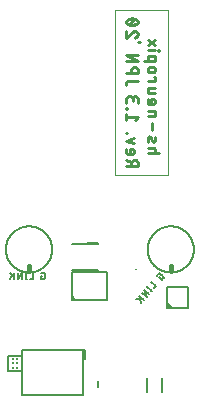
<source format=gbo>
G75*
%MOIN*%
%OFA0B0*%
%FSLAX25Y25*%
%IPPOS*%
%LPD*%
%AMOC8*
5,1,8,0,0,1.08239X$1,22.5*
%
%ADD10C,0.00787*%
%ADD11C,0.01575*%
%ADD12C,0.00600*%
%ADD13C,0.00900*%
%ADD14C,0.00394*%
%ADD15C,0.00500*%
%ADD16C,0.01197*%
D10*
X0166691Y0119457D02*
X0166693Y0119646D01*
X0166700Y0119834D01*
X0166712Y0120022D01*
X0166728Y0120210D01*
X0166749Y0120398D01*
X0166774Y0120585D01*
X0166804Y0120771D01*
X0166839Y0120957D01*
X0166878Y0121141D01*
X0166921Y0121325D01*
X0166969Y0121507D01*
X0167022Y0121688D01*
X0167079Y0121868D01*
X0167140Y0122047D01*
X0167206Y0122224D01*
X0167276Y0122399D01*
X0167350Y0122572D01*
X0167429Y0122744D01*
X0167512Y0122913D01*
X0167599Y0123081D01*
X0167690Y0123246D01*
X0167785Y0123409D01*
X0167884Y0123570D01*
X0167986Y0123728D01*
X0168093Y0123883D01*
X0168204Y0124036D01*
X0168318Y0124186D01*
X0168436Y0124334D01*
X0168557Y0124478D01*
X0168682Y0124619D01*
X0168811Y0124757D01*
X0168942Y0124893D01*
X0169078Y0125024D01*
X0169216Y0125153D01*
X0169357Y0125278D01*
X0169501Y0125399D01*
X0169649Y0125517D01*
X0169799Y0125631D01*
X0169952Y0125742D01*
X0170107Y0125849D01*
X0170265Y0125951D01*
X0170426Y0126050D01*
X0170589Y0126145D01*
X0170754Y0126236D01*
X0170922Y0126323D01*
X0171091Y0126406D01*
X0171263Y0126485D01*
X0171436Y0126559D01*
X0171611Y0126629D01*
X0171788Y0126695D01*
X0171967Y0126756D01*
X0172147Y0126813D01*
X0172328Y0126866D01*
X0172510Y0126914D01*
X0172694Y0126957D01*
X0172878Y0126996D01*
X0173064Y0127031D01*
X0173250Y0127061D01*
X0173437Y0127086D01*
X0173625Y0127107D01*
X0173813Y0127123D01*
X0174001Y0127135D01*
X0174189Y0127142D01*
X0174378Y0127144D01*
X0174567Y0127142D01*
X0174755Y0127135D01*
X0174943Y0127123D01*
X0175131Y0127107D01*
X0175319Y0127086D01*
X0175506Y0127061D01*
X0175692Y0127031D01*
X0175878Y0126996D01*
X0176062Y0126957D01*
X0176246Y0126914D01*
X0176428Y0126866D01*
X0176609Y0126813D01*
X0176789Y0126756D01*
X0176968Y0126695D01*
X0177145Y0126629D01*
X0177320Y0126559D01*
X0177493Y0126485D01*
X0177665Y0126406D01*
X0177834Y0126323D01*
X0178002Y0126236D01*
X0178167Y0126145D01*
X0178330Y0126050D01*
X0178491Y0125951D01*
X0178649Y0125849D01*
X0178804Y0125742D01*
X0178957Y0125631D01*
X0179107Y0125517D01*
X0179255Y0125399D01*
X0179399Y0125278D01*
X0179540Y0125153D01*
X0179678Y0125024D01*
X0179814Y0124893D01*
X0179945Y0124757D01*
X0180074Y0124619D01*
X0180199Y0124478D01*
X0180320Y0124334D01*
X0180438Y0124186D01*
X0180552Y0124036D01*
X0180663Y0123883D01*
X0180770Y0123728D01*
X0180872Y0123570D01*
X0180971Y0123409D01*
X0181066Y0123246D01*
X0181157Y0123081D01*
X0181244Y0122913D01*
X0181327Y0122744D01*
X0181406Y0122572D01*
X0181480Y0122399D01*
X0181550Y0122224D01*
X0181616Y0122047D01*
X0181677Y0121868D01*
X0181734Y0121688D01*
X0181787Y0121507D01*
X0181835Y0121325D01*
X0181878Y0121141D01*
X0181917Y0120957D01*
X0181952Y0120771D01*
X0181982Y0120585D01*
X0182007Y0120398D01*
X0182028Y0120210D01*
X0182044Y0120022D01*
X0182056Y0119834D01*
X0182063Y0119646D01*
X0182065Y0119457D01*
X0182063Y0119268D01*
X0182056Y0119080D01*
X0182044Y0118892D01*
X0182028Y0118704D01*
X0182007Y0118516D01*
X0181982Y0118329D01*
X0181952Y0118143D01*
X0181917Y0117957D01*
X0181878Y0117773D01*
X0181835Y0117589D01*
X0181787Y0117407D01*
X0181734Y0117226D01*
X0181677Y0117046D01*
X0181616Y0116867D01*
X0181550Y0116690D01*
X0181480Y0116515D01*
X0181406Y0116342D01*
X0181327Y0116170D01*
X0181244Y0116001D01*
X0181157Y0115833D01*
X0181066Y0115668D01*
X0180971Y0115505D01*
X0180872Y0115344D01*
X0180770Y0115186D01*
X0180663Y0115031D01*
X0180552Y0114878D01*
X0180438Y0114728D01*
X0180320Y0114580D01*
X0180199Y0114436D01*
X0180074Y0114295D01*
X0179945Y0114157D01*
X0179814Y0114021D01*
X0179678Y0113890D01*
X0179540Y0113761D01*
X0179399Y0113636D01*
X0179255Y0113515D01*
X0179107Y0113397D01*
X0178957Y0113283D01*
X0178804Y0113172D01*
X0178649Y0113065D01*
X0178491Y0112963D01*
X0178330Y0112864D01*
X0178167Y0112769D01*
X0178002Y0112678D01*
X0177834Y0112591D01*
X0177665Y0112508D01*
X0177493Y0112429D01*
X0177320Y0112355D01*
X0177145Y0112285D01*
X0176968Y0112219D01*
X0176789Y0112158D01*
X0176609Y0112101D01*
X0176428Y0112048D01*
X0176246Y0112000D01*
X0176062Y0111957D01*
X0175878Y0111918D01*
X0175692Y0111883D01*
X0175506Y0111853D01*
X0175319Y0111828D01*
X0175131Y0111807D01*
X0174943Y0111791D01*
X0174755Y0111779D01*
X0174567Y0111772D01*
X0174378Y0111770D01*
X0174189Y0111772D01*
X0174001Y0111779D01*
X0173813Y0111791D01*
X0173625Y0111807D01*
X0173437Y0111828D01*
X0173250Y0111853D01*
X0173064Y0111883D01*
X0172878Y0111918D01*
X0172694Y0111957D01*
X0172510Y0112000D01*
X0172328Y0112048D01*
X0172147Y0112101D01*
X0171967Y0112158D01*
X0171788Y0112219D01*
X0171611Y0112285D01*
X0171436Y0112355D01*
X0171263Y0112429D01*
X0171091Y0112508D01*
X0170922Y0112591D01*
X0170754Y0112678D01*
X0170589Y0112769D01*
X0170426Y0112864D01*
X0170265Y0112963D01*
X0170107Y0113065D01*
X0169952Y0113172D01*
X0169799Y0113283D01*
X0169649Y0113397D01*
X0169501Y0113515D01*
X0169357Y0113636D01*
X0169216Y0113761D01*
X0169078Y0113890D01*
X0168942Y0114021D01*
X0168811Y0114157D01*
X0168682Y0114295D01*
X0168557Y0114436D01*
X0168436Y0114580D01*
X0168318Y0114728D01*
X0168204Y0114878D01*
X0168093Y0115031D01*
X0167986Y0115186D01*
X0167884Y0115344D01*
X0167785Y0115505D01*
X0167690Y0115668D01*
X0167599Y0115833D01*
X0167512Y0116001D01*
X0167429Y0116170D01*
X0167350Y0116342D01*
X0167276Y0116515D01*
X0167206Y0116690D01*
X0167140Y0116867D01*
X0167079Y0117046D01*
X0167022Y0117226D01*
X0166969Y0117407D01*
X0166921Y0117589D01*
X0166878Y0117773D01*
X0166839Y0117957D01*
X0166804Y0118143D01*
X0166774Y0118329D01*
X0166749Y0118516D01*
X0166728Y0118704D01*
X0166712Y0118892D01*
X0166700Y0119080D01*
X0166693Y0119268D01*
X0166691Y0119457D01*
X0213935Y0119457D02*
X0213937Y0119646D01*
X0213944Y0119834D01*
X0213956Y0120022D01*
X0213972Y0120210D01*
X0213993Y0120398D01*
X0214018Y0120585D01*
X0214048Y0120771D01*
X0214083Y0120957D01*
X0214122Y0121141D01*
X0214165Y0121325D01*
X0214213Y0121507D01*
X0214266Y0121688D01*
X0214323Y0121868D01*
X0214384Y0122047D01*
X0214450Y0122224D01*
X0214520Y0122399D01*
X0214594Y0122572D01*
X0214673Y0122744D01*
X0214756Y0122913D01*
X0214843Y0123081D01*
X0214934Y0123246D01*
X0215029Y0123409D01*
X0215128Y0123570D01*
X0215230Y0123728D01*
X0215337Y0123883D01*
X0215448Y0124036D01*
X0215562Y0124186D01*
X0215680Y0124334D01*
X0215801Y0124478D01*
X0215926Y0124619D01*
X0216055Y0124757D01*
X0216186Y0124893D01*
X0216322Y0125024D01*
X0216460Y0125153D01*
X0216601Y0125278D01*
X0216745Y0125399D01*
X0216893Y0125517D01*
X0217043Y0125631D01*
X0217196Y0125742D01*
X0217351Y0125849D01*
X0217509Y0125951D01*
X0217670Y0126050D01*
X0217833Y0126145D01*
X0217998Y0126236D01*
X0218166Y0126323D01*
X0218335Y0126406D01*
X0218507Y0126485D01*
X0218680Y0126559D01*
X0218855Y0126629D01*
X0219032Y0126695D01*
X0219211Y0126756D01*
X0219391Y0126813D01*
X0219572Y0126866D01*
X0219754Y0126914D01*
X0219938Y0126957D01*
X0220122Y0126996D01*
X0220308Y0127031D01*
X0220494Y0127061D01*
X0220681Y0127086D01*
X0220869Y0127107D01*
X0221057Y0127123D01*
X0221245Y0127135D01*
X0221433Y0127142D01*
X0221622Y0127144D01*
X0221811Y0127142D01*
X0221999Y0127135D01*
X0222187Y0127123D01*
X0222375Y0127107D01*
X0222563Y0127086D01*
X0222750Y0127061D01*
X0222936Y0127031D01*
X0223122Y0126996D01*
X0223306Y0126957D01*
X0223490Y0126914D01*
X0223672Y0126866D01*
X0223853Y0126813D01*
X0224033Y0126756D01*
X0224212Y0126695D01*
X0224389Y0126629D01*
X0224564Y0126559D01*
X0224737Y0126485D01*
X0224909Y0126406D01*
X0225078Y0126323D01*
X0225246Y0126236D01*
X0225411Y0126145D01*
X0225574Y0126050D01*
X0225735Y0125951D01*
X0225893Y0125849D01*
X0226048Y0125742D01*
X0226201Y0125631D01*
X0226351Y0125517D01*
X0226499Y0125399D01*
X0226643Y0125278D01*
X0226784Y0125153D01*
X0226922Y0125024D01*
X0227058Y0124893D01*
X0227189Y0124757D01*
X0227318Y0124619D01*
X0227443Y0124478D01*
X0227564Y0124334D01*
X0227682Y0124186D01*
X0227796Y0124036D01*
X0227907Y0123883D01*
X0228014Y0123728D01*
X0228116Y0123570D01*
X0228215Y0123409D01*
X0228310Y0123246D01*
X0228401Y0123081D01*
X0228488Y0122913D01*
X0228571Y0122744D01*
X0228650Y0122572D01*
X0228724Y0122399D01*
X0228794Y0122224D01*
X0228860Y0122047D01*
X0228921Y0121868D01*
X0228978Y0121688D01*
X0229031Y0121507D01*
X0229079Y0121325D01*
X0229122Y0121141D01*
X0229161Y0120957D01*
X0229196Y0120771D01*
X0229226Y0120585D01*
X0229251Y0120398D01*
X0229272Y0120210D01*
X0229288Y0120022D01*
X0229300Y0119834D01*
X0229307Y0119646D01*
X0229309Y0119457D01*
X0229307Y0119268D01*
X0229300Y0119080D01*
X0229288Y0118892D01*
X0229272Y0118704D01*
X0229251Y0118516D01*
X0229226Y0118329D01*
X0229196Y0118143D01*
X0229161Y0117957D01*
X0229122Y0117773D01*
X0229079Y0117589D01*
X0229031Y0117407D01*
X0228978Y0117226D01*
X0228921Y0117046D01*
X0228860Y0116867D01*
X0228794Y0116690D01*
X0228724Y0116515D01*
X0228650Y0116342D01*
X0228571Y0116170D01*
X0228488Y0116001D01*
X0228401Y0115833D01*
X0228310Y0115668D01*
X0228215Y0115505D01*
X0228116Y0115344D01*
X0228014Y0115186D01*
X0227907Y0115031D01*
X0227796Y0114878D01*
X0227682Y0114728D01*
X0227564Y0114580D01*
X0227443Y0114436D01*
X0227318Y0114295D01*
X0227189Y0114157D01*
X0227058Y0114021D01*
X0226922Y0113890D01*
X0226784Y0113761D01*
X0226643Y0113636D01*
X0226499Y0113515D01*
X0226351Y0113397D01*
X0226201Y0113283D01*
X0226048Y0113172D01*
X0225893Y0113065D01*
X0225735Y0112963D01*
X0225574Y0112864D01*
X0225411Y0112769D01*
X0225246Y0112678D01*
X0225078Y0112591D01*
X0224909Y0112508D01*
X0224737Y0112429D01*
X0224564Y0112355D01*
X0224389Y0112285D01*
X0224212Y0112219D01*
X0224033Y0112158D01*
X0223853Y0112101D01*
X0223672Y0112048D01*
X0223490Y0112000D01*
X0223306Y0111957D01*
X0223122Y0111918D01*
X0222936Y0111883D01*
X0222750Y0111853D01*
X0222563Y0111828D01*
X0222375Y0111807D01*
X0222187Y0111791D01*
X0221999Y0111779D01*
X0221811Y0111772D01*
X0221622Y0111770D01*
X0221433Y0111772D01*
X0221245Y0111779D01*
X0221057Y0111791D01*
X0220869Y0111807D01*
X0220681Y0111828D01*
X0220494Y0111853D01*
X0220308Y0111883D01*
X0220122Y0111918D01*
X0219938Y0111957D01*
X0219754Y0112000D01*
X0219572Y0112048D01*
X0219391Y0112101D01*
X0219211Y0112158D01*
X0219032Y0112219D01*
X0218855Y0112285D01*
X0218680Y0112355D01*
X0218507Y0112429D01*
X0218335Y0112508D01*
X0218166Y0112591D01*
X0217998Y0112678D01*
X0217833Y0112769D01*
X0217670Y0112864D01*
X0217509Y0112963D01*
X0217351Y0113065D01*
X0217196Y0113172D01*
X0217043Y0113283D01*
X0216893Y0113397D01*
X0216745Y0113515D01*
X0216601Y0113636D01*
X0216460Y0113761D01*
X0216322Y0113890D01*
X0216186Y0114021D01*
X0216055Y0114157D01*
X0215926Y0114295D01*
X0215801Y0114436D01*
X0215680Y0114580D01*
X0215562Y0114728D01*
X0215448Y0114878D01*
X0215337Y0115031D01*
X0215230Y0115186D01*
X0215128Y0115344D01*
X0215029Y0115505D01*
X0214934Y0115668D01*
X0214843Y0115833D01*
X0214756Y0116001D01*
X0214673Y0116170D01*
X0214594Y0116342D01*
X0214520Y0116515D01*
X0214450Y0116690D01*
X0214384Y0116867D01*
X0214323Y0117046D01*
X0214266Y0117226D01*
X0214213Y0117407D01*
X0214165Y0117589D01*
X0214122Y0117773D01*
X0214083Y0117957D01*
X0214048Y0118143D01*
X0214018Y0118329D01*
X0213993Y0118516D01*
X0213972Y0118704D01*
X0213956Y0118892D01*
X0213944Y0119080D01*
X0213937Y0119268D01*
X0213935Y0119457D01*
D11*
X0221622Y0113945D02*
X0221622Y0112370D01*
X0174378Y0112370D02*
X0174378Y0113945D01*
D12*
X0173727Y0111677D02*
X0173248Y0111677D01*
X0173487Y0111677D02*
X0173487Y0109521D01*
X0173248Y0109521D02*
X0173727Y0109521D01*
X0174690Y0109521D02*
X0175648Y0109521D01*
X0175648Y0111677D01*
X0178428Y0111677D02*
X0179146Y0111677D01*
X0179188Y0111675D01*
X0179229Y0111670D01*
X0179270Y0111661D01*
X0179310Y0111648D01*
X0179348Y0111632D01*
X0179386Y0111613D01*
X0179421Y0111590D01*
X0179454Y0111565D01*
X0179485Y0111537D01*
X0179513Y0111506D01*
X0179538Y0111473D01*
X0179561Y0111438D01*
X0179580Y0111400D01*
X0179596Y0111362D01*
X0179609Y0111322D01*
X0179618Y0111281D01*
X0179623Y0111240D01*
X0179625Y0111198D01*
X0179626Y0111198D02*
X0179626Y0110000D01*
X0179625Y0110000D02*
X0179623Y0109958D01*
X0179618Y0109917D01*
X0179609Y0109876D01*
X0179596Y0109836D01*
X0179580Y0109798D01*
X0179561Y0109761D01*
X0179538Y0109725D01*
X0179513Y0109692D01*
X0179485Y0109661D01*
X0179454Y0109633D01*
X0179421Y0109608D01*
X0179386Y0109585D01*
X0179348Y0109566D01*
X0179310Y0109550D01*
X0179270Y0109537D01*
X0179229Y0109528D01*
X0179188Y0109523D01*
X0179146Y0109521D01*
X0178428Y0109521D01*
X0178428Y0110719D01*
X0178787Y0110719D01*
X0172019Y0111677D02*
X0170822Y0109521D01*
X0170822Y0111677D01*
X0172019Y0111677D02*
X0172019Y0109521D01*
X0169305Y0109521D02*
X0169305Y0111677D01*
X0168826Y0110838D02*
X0168108Y0109521D01*
X0169305Y0110359D02*
X0168108Y0111677D01*
X0210169Y0103008D02*
X0211950Y0103023D01*
X0211273Y0102985D02*
X0211777Y0101571D01*
X0212575Y0102464D02*
X0210968Y0103901D01*
X0211978Y0105032D02*
X0213585Y0103595D01*
X0212777Y0105924D01*
X0214384Y0104487D01*
X0215203Y0105403D02*
X0215522Y0105760D01*
X0215362Y0105582D02*
X0213755Y0107019D01*
X0213915Y0107197D02*
X0213595Y0106840D01*
X0215195Y0108630D02*
X0216802Y0107193D01*
X0216164Y0106478D01*
X0218655Y0109265D02*
X0217762Y0110063D01*
X0218002Y0110331D01*
X0218203Y0111275D02*
X0218171Y0111302D01*
X0218136Y0111325D01*
X0218100Y0111346D01*
X0218062Y0111363D01*
X0218022Y0111377D01*
X0217982Y0111387D01*
X0217941Y0111394D01*
X0217899Y0111397D01*
X0217857Y0111396D01*
X0217816Y0111392D01*
X0217775Y0111384D01*
X0217734Y0111373D01*
X0217695Y0111358D01*
X0217658Y0111340D01*
X0217622Y0111319D01*
X0217588Y0111294D01*
X0217556Y0111267D01*
X0217527Y0111237D01*
X0217527Y0111238D02*
X0217048Y0110702D01*
X0218204Y0111275D02*
X0219096Y0110477D01*
X0219126Y0110448D01*
X0219153Y0110416D01*
X0219178Y0110382D01*
X0219199Y0110346D01*
X0219217Y0110309D01*
X0219232Y0110270D01*
X0219243Y0110229D01*
X0219251Y0110188D01*
X0219255Y0110147D01*
X0219256Y0110105D01*
X0219253Y0110063D01*
X0219246Y0110022D01*
X0219236Y0109982D01*
X0219222Y0109942D01*
X0219205Y0109904D01*
X0219184Y0109868D01*
X0219161Y0109833D01*
X0219134Y0109801D01*
X0218655Y0109265D01*
D13*
X0210621Y0147142D02*
X0206797Y0147142D01*
X0208497Y0147142D02*
X0208497Y0148205D01*
X0208497Y0148417D02*
X0206797Y0149267D01*
X0207434Y0151277D02*
X0208497Y0151277D01*
X0208072Y0151277D02*
X0208072Y0152977D01*
X0208497Y0152977D01*
X0208554Y0152975D01*
X0208610Y0152969D01*
X0208666Y0152960D01*
X0208722Y0152947D01*
X0208776Y0152930D01*
X0208829Y0152910D01*
X0208880Y0152886D01*
X0208930Y0152858D01*
X0208978Y0152828D01*
X0209024Y0152794D01*
X0209067Y0152757D01*
X0209108Y0152718D01*
X0209146Y0152676D01*
X0209181Y0152631D01*
X0209213Y0152584D01*
X0209242Y0152535D01*
X0209268Y0152485D01*
X0209290Y0152432D01*
X0209309Y0152379D01*
X0209324Y0152324D01*
X0209335Y0152268D01*
X0209343Y0152212D01*
X0209347Y0152155D01*
X0209347Y0152099D01*
X0209343Y0152042D01*
X0209335Y0151986D01*
X0209324Y0151930D01*
X0209309Y0151875D01*
X0209290Y0151822D01*
X0209268Y0151769D01*
X0209242Y0151719D01*
X0209213Y0151670D01*
X0209181Y0151623D01*
X0209146Y0151578D01*
X0209108Y0151536D01*
X0209067Y0151497D01*
X0209024Y0151460D01*
X0208978Y0151426D01*
X0208930Y0151396D01*
X0208880Y0151368D01*
X0208829Y0151344D01*
X0208776Y0151324D01*
X0208722Y0151307D01*
X0208666Y0151294D01*
X0208610Y0151285D01*
X0208554Y0151279D01*
X0208497Y0151277D01*
X0207434Y0151277D02*
X0207386Y0151279D01*
X0207339Y0151284D01*
X0207292Y0151293D01*
X0207246Y0151305D01*
X0207201Y0151321D01*
X0207158Y0151340D01*
X0207116Y0151362D01*
X0207075Y0151388D01*
X0207037Y0151416D01*
X0207001Y0151447D01*
X0206967Y0151481D01*
X0206936Y0151517D01*
X0206908Y0151555D01*
X0206882Y0151596D01*
X0206860Y0151638D01*
X0206841Y0151681D01*
X0206825Y0151726D01*
X0206813Y0151772D01*
X0206804Y0151819D01*
X0206799Y0151866D01*
X0206797Y0151914D01*
X0206797Y0152977D01*
X0206797Y0155670D02*
X0209346Y0156520D01*
X0209346Y0154820D02*
X0206797Y0155670D01*
X0206797Y0158115D02*
X0206797Y0158328D01*
X0207009Y0158328D01*
X0207009Y0158115D01*
X0206797Y0158115D01*
X0206797Y0162403D02*
X0206797Y0164528D01*
X0206797Y0163465D02*
X0210621Y0163465D01*
X0209771Y0162403D01*
X0207009Y0166336D02*
X0207009Y0166548D01*
X0206797Y0166548D01*
X0206797Y0166336D01*
X0207009Y0166336D01*
X0206797Y0168356D02*
X0206797Y0169418D01*
X0206799Y0169482D01*
X0206805Y0169546D01*
X0206814Y0169609D01*
X0206828Y0169672D01*
X0206845Y0169734D01*
X0206866Y0169795D01*
X0206891Y0169854D01*
X0206919Y0169912D01*
X0206950Y0169967D01*
X0206985Y0170021D01*
X0207023Y0170073D01*
X0207064Y0170122D01*
X0207108Y0170169D01*
X0207155Y0170213D01*
X0207204Y0170254D01*
X0207256Y0170292D01*
X0207310Y0170327D01*
X0207365Y0170358D01*
X0207423Y0170386D01*
X0207482Y0170411D01*
X0207543Y0170432D01*
X0207605Y0170449D01*
X0207668Y0170463D01*
X0207731Y0170472D01*
X0207795Y0170478D01*
X0207859Y0170480D01*
X0207923Y0170478D01*
X0207987Y0170472D01*
X0208050Y0170463D01*
X0208113Y0170449D01*
X0208175Y0170432D01*
X0208236Y0170411D01*
X0208295Y0170386D01*
X0208353Y0170358D01*
X0208408Y0170327D01*
X0208462Y0170292D01*
X0208514Y0170254D01*
X0208563Y0170213D01*
X0208610Y0170169D01*
X0208654Y0170122D01*
X0208695Y0170073D01*
X0208733Y0170021D01*
X0208768Y0169967D01*
X0208799Y0169912D01*
X0208827Y0169854D01*
X0208852Y0169795D01*
X0208873Y0169734D01*
X0208890Y0169672D01*
X0208904Y0169609D01*
X0208913Y0169546D01*
X0208919Y0169482D01*
X0208921Y0169418D01*
X0208922Y0169631D02*
X0208922Y0168781D01*
X0208921Y0169631D02*
X0208923Y0169688D01*
X0208929Y0169744D01*
X0208938Y0169800D01*
X0208951Y0169856D01*
X0208968Y0169910D01*
X0208988Y0169963D01*
X0209012Y0170014D01*
X0209040Y0170064D01*
X0209070Y0170112D01*
X0209104Y0170158D01*
X0209141Y0170201D01*
X0209180Y0170242D01*
X0209222Y0170280D01*
X0209267Y0170315D01*
X0209314Y0170347D01*
X0209363Y0170376D01*
X0209413Y0170402D01*
X0209466Y0170424D01*
X0209519Y0170443D01*
X0209574Y0170458D01*
X0209630Y0170469D01*
X0209686Y0170477D01*
X0209743Y0170481D01*
X0209799Y0170481D01*
X0209856Y0170477D01*
X0209912Y0170469D01*
X0209968Y0170458D01*
X0210023Y0170443D01*
X0210076Y0170424D01*
X0210129Y0170402D01*
X0210179Y0170376D01*
X0210228Y0170347D01*
X0210275Y0170315D01*
X0210320Y0170280D01*
X0210362Y0170242D01*
X0210401Y0170201D01*
X0210438Y0170158D01*
X0210472Y0170112D01*
X0210502Y0170064D01*
X0210530Y0170014D01*
X0210554Y0169963D01*
X0210574Y0169910D01*
X0210591Y0169856D01*
X0210604Y0169800D01*
X0210613Y0169744D01*
X0210619Y0169688D01*
X0210621Y0169631D01*
X0210621Y0168356D01*
X0213883Y0168449D02*
X0213883Y0169512D01*
X0213884Y0168449D02*
X0213886Y0168401D01*
X0213891Y0168354D01*
X0213900Y0168307D01*
X0213912Y0168261D01*
X0213928Y0168216D01*
X0213947Y0168173D01*
X0213969Y0168131D01*
X0213995Y0168090D01*
X0214023Y0168052D01*
X0214054Y0168016D01*
X0214088Y0167982D01*
X0214124Y0167951D01*
X0214162Y0167923D01*
X0214203Y0167897D01*
X0214245Y0167875D01*
X0214288Y0167856D01*
X0214333Y0167840D01*
X0214379Y0167828D01*
X0214426Y0167819D01*
X0214473Y0167814D01*
X0214521Y0167812D01*
X0215583Y0167812D01*
X0215158Y0167812D02*
X0215158Y0169512D01*
X0215583Y0169512D01*
X0215640Y0169510D01*
X0215696Y0169504D01*
X0215752Y0169495D01*
X0215808Y0169482D01*
X0215862Y0169465D01*
X0215915Y0169445D01*
X0215966Y0169421D01*
X0216016Y0169393D01*
X0216064Y0169363D01*
X0216110Y0169329D01*
X0216153Y0169292D01*
X0216194Y0169253D01*
X0216232Y0169211D01*
X0216267Y0169166D01*
X0216299Y0169119D01*
X0216328Y0169070D01*
X0216354Y0169020D01*
X0216376Y0168967D01*
X0216395Y0168914D01*
X0216410Y0168859D01*
X0216421Y0168803D01*
X0216429Y0168747D01*
X0216433Y0168690D01*
X0216433Y0168634D01*
X0216429Y0168577D01*
X0216421Y0168521D01*
X0216410Y0168465D01*
X0216395Y0168410D01*
X0216376Y0168357D01*
X0216354Y0168304D01*
X0216328Y0168254D01*
X0216299Y0168205D01*
X0216267Y0168158D01*
X0216232Y0168113D01*
X0216194Y0168071D01*
X0216153Y0168032D01*
X0216110Y0167995D01*
X0216064Y0167961D01*
X0216016Y0167931D01*
X0215966Y0167903D01*
X0215915Y0167879D01*
X0215862Y0167859D01*
X0215808Y0167842D01*
X0215752Y0167829D01*
X0215696Y0167820D01*
X0215640Y0167814D01*
X0215583Y0167812D01*
X0215796Y0165685D02*
X0213883Y0165685D01*
X0213883Y0163985D02*
X0216433Y0163985D01*
X0216433Y0165048D01*
X0216431Y0165096D01*
X0216426Y0165143D01*
X0216417Y0165190D01*
X0216405Y0165236D01*
X0216389Y0165281D01*
X0216370Y0165324D01*
X0216348Y0165367D01*
X0216322Y0165407D01*
X0216294Y0165445D01*
X0216263Y0165481D01*
X0216229Y0165515D01*
X0216193Y0165546D01*
X0216155Y0165574D01*
X0216115Y0165600D01*
X0216072Y0165622D01*
X0216029Y0165641D01*
X0215984Y0165657D01*
X0215938Y0165669D01*
X0215891Y0165678D01*
X0215844Y0165683D01*
X0215796Y0165685D01*
X0215371Y0161716D02*
X0215371Y0159167D01*
X0214946Y0156721D02*
X0215371Y0155658D01*
X0215370Y0155658D02*
X0215389Y0155616D01*
X0215412Y0155576D01*
X0215438Y0155537D01*
X0215467Y0155501D01*
X0215499Y0155467D01*
X0215533Y0155437D01*
X0215570Y0155409D01*
X0215609Y0155384D01*
X0215651Y0155363D01*
X0215693Y0155345D01*
X0215738Y0155331D01*
X0215783Y0155321D01*
X0215829Y0155315D01*
X0215875Y0155312D01*
X0215921Y0155313D01*
X0215967Y0155319D01*
X0216013Y0155328D01*
X0216057Y0155341D01*
X0216100Y0155357D01*
X0216142Y0155377D01*
X0216182Y0155401D01*
X0216220Y0155428D01*
X0216255Y0155458D01*
X0216288Y0155490D01*
X0216318Y0155526D01*
X0216345Y0155564D01*
X0216368Y0155604D01*
X0216388Y0155645D01*
X0216405Y0155689D01*
X0216417Y0155733D01*
X0216426Y0155779D01*
X0216432Y0155825D01*
X0216433Y0155871D01*
X0214096Y0155340D02*
X0214057Y0155453D01*
X0214023Y0155567D01*
X0213992Y0155682D01*
X0213964Y0155798D01*
X0213941Y0155915D01*
X0213922Y0156033D01*
X0213906Y0156152D01*
X0213895Y0156270D01*
X0213887Y0156389D01*
X0213883Y0156509D01*
X0213883Y0156508D02*
X0213884Y0156554D01*
X0213890Y0156600D01*
X0213899Y0156646D01*
X0213911Y0156690D01*
X0213928Y0156734D01*
X0213948Y0156775D01*
X0213971Y0156815D01*
X0213998Y0156853D01*
X0214028Y0156889D01*
X0214061Y0156921D01*
X0214096Y0156951D01*
X0214134Y0156978D01*
X0214174Y0157002D01*
X0214216Y0157022D01*
X0214259Y0157038D01*
X0214303Y0157051D01*
X0214349Y0157060D01*
X0214395Y0157066D01*
X0214441Y0157067D01*
X0214487Y0157064D01*
X0214533Y0157058D01*
X0214578Y0157048D01*
X0214623Y0157034D01*
X0214665Y0157016D01*
X0214707Y0156995D01*
X0214746Y0156970D01*
X0214783Y0156942D01*
X0214817Y0156912D01*
X0214849Y0156878D01*
X0214878Y0156842D01*
X0214904Y0156803D01*
X0214927Y0156763D01*
X0214946Y0156721D01*
X0216221Y0156827D02*
X0216257Y0156744D01*
X0216289Y0156661D01*
X0216318Y0156576D01*
X0216344Y0156490D01*
X0216366Y0156403D01*
X0216386Y0156316D01*
X0216402Y0156227D01*
X0216415Y0156139D01*
X0216425Y0156050D01*
X0216431Y0155960D01*
X0216434Y0155870D01*
X0215796Y0153212D02*
X0213883Y0153212D01*
X0213883Y0151513D02*
X0217708Y0151513D01*
X0216433Y0151513D02*
X0216433Y0152575D01*
X0216431Y0152623D01*
X0216426Y0152670D01*
X0216417Y0152717D01*
X0216405Y0152763D01*
X0216389Y0152808D01*
X0216370Y0152851D01*
X0216348Y0152894D01*
X0216322Y0152934D01*
X0216294Y0152972D01*
X0216263Y0153008D01*
X0216229Y0153042D01*
X0216193Y0153073D01*
X0216155Y0153101D01*
X0216115Y0153127D01*
X0216072Y0153149D01*
X0216029Y0153168D01*
X0215984Y0153184D01*
X0215938Y0153196D01*
X0215891Y0153205D01*
X0215844Y0153210D01*
X0215796Y0153212D01*
X0210621Y0148205D02*
X0210621Y0147142D01*
X0210621Y0148205D02*
X0210619Y0148269D01*
X0210613Y0148333D01*
X0210604Y0148396D01*
X0210590Y0148459D01*
X0210573Y0148521D01*
X0210552Y0148582D01*
X0210527Y0148641D01*
X0210499Y0148699D01*
X0210468Y0148754D01*
X0210433Y0148808D01*
X0210395Y0148860D01*
X0210354Y0148909D01*
X0210310Y0148956D01*
X0210263Y0149000D01*
X0210214Y0149041D01*
X0210162Y0149079D01*
X0210108Y0149114D01*
X0210053Y0149145D01*
X0209995Y0149173D01*
X0209936Y0149198D01*
X0209875Y0149219D01*
X0209813Y0149236D01*
X0209750Y0149250D01*
X0209687Y0149259D01*
X0209623Y0149265D01*
X0209559Y0149267D01*
X0209495Y0149265D01*
X0209431Y0149259D01*
X0209368Y0149250D01*
X0209305Y0149236D01*
X0209243Y0149219D01*
X0209182Y0149198D01*
X0209123Y0149173D01*
X0209065Y0149145D01*
X0209010Y0149114D01*
X0208956Y0149079D01*
X0208904Y0149041D01*
X0208855Y0149000D01*
X0208808Y0148956D01*
X0208764Y0148909D01*
X0208723Y0148860D01*
X0208685Y0148808D01*
X0208650Y0148754D01*
X0208619Y0148699D01*
X0208591Y0148641D01*
X0208566Y0148582D01*
X0208545Y0148521D01*
X0208528Y0148459D01*
X0208514Y0148396D01*
X0208505Y0148333D01*
X0208499Y0148269D01*
X0208497Y0148205D01*
X0214521Y0171639D02*
X0216433Y0171639D01*
X0216433Y0173338D02*
X0213883Y0173338D01*
X0213883Y0172276D01*
X0213884Y0172276D02*
X0213886Y0172228D01*
X0213891Y0172181D01*
X0213900Y0172134D01*
X0213912Y0172088D01*
X0213928Y0172043D01*
X0213947Y0172000D01*
X0213969Y0171958D01*
X0213995Y0171917D01*
X0214023Y0171879D01*
X0214054Y0171843D01*
X0214088Y0171809D01*
X0214124Y0171778D01*
X0214162Y0171750D01*
X0214203Y0171724D01*
X0214245Y0171702D01*
X0214288Y0171683D01*
X0214333Y0171667D01*
X0214379Y0171655D01*
X0214426Y0171646D01*
X0214473Y0171641D01*
X0214521Y0171639D01*
X0213883Y0175649D02*
X0216433Y0175649D01*
X0216433Y0176924D01*
X0216008Y0176924D01*
X0215583Y0178442D02*
X0214733Y0178442D01*
X0214676Y0178444D01*
X0214620Y0178450D01*
X0214564Y0178459D01*
X0214508Y0178472D01*
X0214454Y0178489D01*
X0214401Y0178509D01*
X0214350Y0178533D01*
X0214300Y0178561D01*
X0214252Y0178591D01*
X0214206Y0178625D01*
X0214163Y0178662D01*
X0214122Y0178701D01*
X0214084Y0178743D01*
X0214049Y0178788D01*
X0214017Y0178835D01*
X0213988Y0178884D01*
X0213962Y0178934D01*
X0213940Y0178987D01*
X0213921Y0179040D01*
X0213906Y0179095D01*
X0213895Y0179151D01*
X0213887Y0179207D01*
X0213883Y0179264D01*
X0213883Y0179320D01*
X0213887Y0179377D01*
X0213895Y0179433D01*
X0213906Y0179489D01*
X0213921Y0179544D01*
X0213940Y0179597D01*
X0213962Y0179650D01*
X0213988Y0179700D01*
X0214017Y0179749D01*
X0214049Y0179796D01*
X0214084Y0179841D01*
X0214122Y0179883D01*
X0214163Y0179922D01*
X0214206Y0179959D01*
X0214252Y0179993D01*
X0214300Y0180023D01*
X0214350Y0180051D01*
X0214401Y0180075D01*
X0214454Y0180095D01*
X0214508Y0180112D01*
X0214564Y0180125D01*
X0214620Y0180134D01*
X0214676Y0180140D01*
X0214733Y0180142D01*
X0215583Y0180142D01*
X0215640Y0180140D01*
X0215696Y0180134D01*
X0215752Y0180125D01*
X0215808Y0180112D01*
X0215862Y0180095D01*
X0215915Y0180075D01*
X0215966Y0180051D01*
X0216016Y0180023D01*
X0216064Y0179993D01*
X0216110Y0179959D01*
X0216153Y0179922D01*
X0216194Y0179883D01*
X0216232Y0179841D01*
X0216267Y0179796D01*
X0216299Y0179749D01*
X0216328Y0179700D01*
X0216354Y0179650D01*
X0216376Y0179597D01*
X0216395Y0179544D01*
X0216410Y0179489D01*
X0216421Y0179433D01*
X0216429Y0179377D01*
X0216433Y0179320D01*
X0216433Y0179264D01*
X0216429Y0179207D01*
X0216421Y0179151D01*
X0216410Y0179095D01*
X0216395Y0179040D01*
X0216376Y0178987D01*
X0216354Y0178934D01*
X0216328Y0178884D01*
X0216299Y0178835D01*
X0216267Y0178788D01*
X0216232Y0178743D01*
X0216194Y0178701D01*
X0216153Y0178662D01*
X0216110Y0178625D01*
X0216064Y0178591D01*
X0216016Y0178561D01*
X0215966Y0178533D01*
X0215915Y0178509D01*
X0215862Y0178489D01*
X0215808Y0178472D01*
X0215752Y0178459D01*
X0215696Y0178450D01*
X0215640Y0178444D01*
X0215583Y0178442D01*
X0216433Y0182306D02*
X0212609Y0182306D01*
X0213883Y0182306D02*
X0213883Y0183368D01*
X0213884Y0183368D02*
X0213886Y0183416D01*
X0213891Y0183463D01*
X0213900Y0183510D01*
X0213912Y0183556D01*
X0213928Y0183601D01*
X0213947Y0183644D01*
X0213969Y0183687D01*
X0213995Y0183727D01*
X0214023Y0183765D01*
X0214054Y0183801D01*
X0214088Y0183835D01*
X0214124Y0183866D01*
X0214162Y0183894D01*
X0214203Y0183920D01*
X0214245Y0183942D01*
X0214288Y0183961D01*
X0214333Y0183977D01*
X0214379Y0183989D01*
X0214426Y0183998D01*
X0214473Y0184003D01*
X0214521Y0184005D01*
X0215796Y0184005D01*
X0215844Y0184003D01*
X0215891Y0183998D01*
X0215938Y0183989D01*
X0215984Y0183977D01*
X0216029Y0183961D01*
X0216072Y0183942D01*
X0216115Y0183920D01*
X0216155Y0183894D01*
X0216193Y0183866D01*
X0216229Y0183835D01*
X0216263Y0183801D01*
X0216294Y0183765D01*
X0216322Y0183727D01*
X0216348Y0183687D01*
X0216370Y0183644D01*
X0216389Y0183601D01*
X0216405Y0183556D01*
X0216417Y0183510D01*
X0216426Y0183463D01*
X0216431Y0183416D01*
X0216433Y0183368D01*
X0216433Y0182306D01*
X0216433Y0185811D02*
X0213883Y0185811D01*
X0213883Y0187513D02*
X0216433Y0189212D01*
X0216433Y0187513D02*
X0213883Y0189212D01*
X0211471Y0188410D02*
X0210621Y0188410D01*
X0208921Y0191847D02*
X0208963Y0191889D01*
X0209008Y0191928D01*
X0209055Y0191965D01*
X0209104Y0191999D01*
X0209154Y0192030D01*
X0209207Y0192058D01*
X0209260Y0192083D01*
X0209316Y0192105D01*
X0209372Y0192123D01*
X0209429Y0192139D01*
X0209488Y0192151D01*
X0209546Y0192159D01*
X0209606Y0192164D01*
X0209665Y0192166D01*
X0208922Y0191847D02*
X0206797Y0190041D01*
X0206797Y0192166D01*
X0207328Y0196099D02*
X0207427Y0196146D01*
X0207529Y0196189D01*
X0207631Y0196228D01*
X0207735Y0196264D01*
X0207841Y0196296D01*
X0207947Y0196324D01*
X0208054Y0196349D01*
X0208162Y0196370D01*
X0208271Y0196387D01*
X0208380Y0196401D01*
X0208489Y0196410D01*
X0208599Y0196416D01*
X0208709Y0196418D01*
X0208709Y0194292D02*
X0208819Y0194294D01*
X0208929Y0194300D01*
X0209038Y0194309D01*
X0209147Y0194323D01*
X0209256Y0194340D01*
X0209364Y0194361D01*
X0209471Y0194386D01*
X0209577Y0194414D01*
X0209683Y0194446D01*
X0209787Y0194482D01*
X0209889Y0194521D01*
X0209991Y0194564D01*
X0210090Y0194611D01*
X0210621Y0195355D02*
X0210619Y0195409D01*
X0210614Y0195463D01*
X0210604Y0195516D01*
X0210591Y0195569D01*
X0210575Y0195621D01*
X0210555Y0195671D01*
X0210531Y0195720D01*
X0210505Y0195767D01*
X0210475Y0195812D01*
X0210442Y0195855D01*
X0210406Y0195895D01*
X0210367Y0195933D01*
X0210326Y0195969D01*
X0210283Y0196001D01*
X0210237Y0196030D01*
X0210190Y0196056D01*
X0210141Y0196079D01*
X0210090Y0196099D01*
X0209771Y0196205D02*
X0207647Y0194505D01*
X0206797Y0195355D02*
X0206799Y0195409D01*
X0206804Y0195463D01*
X0206814Y0195516D01*
X0206827Y0195569D01*
X0206843Y0195621D01*
X0206863Y0195671D01*
X0206887Y0195720D01*
X0206913Y0195767D01*
X0206943Y0195812D01*
X0206976Y0195855D01*
X0207012Y0195895D01*
X0207051Y0195933D01*
X0207092Y0195969D01*
X0207135Y0196001D01*
X0207181Y0196030D01*
X0207228Y0196056D01*
X0207277Y0196079D01*
X0207328Y0196099D01*
X0206797Y0195355D02*
X0206799Y0195301D01*
X0206804Y0195247D01*
X0206814Y0195194D01*
X0206827Y0195141D01*
X0206843Y0195089D01*
X0206863Y0195039D01*
X0206887Y0194990D01*
X0206913Y0194943D01*
X0206943Y0194898D01*
X0206976Y0194855D01*
X0207012Y0194815D01*
X0207051Y0194777D01*
X0207092Y0194741D01*
X0207135Y0194709D01*
X0207181Y0194680D01*
X0207228Y0194654D01*
X0207277Y0194631D01*
X0207328Y0194611D01*
X0208709Y0196418D02*
X0208819Y0196416D01*
X0208929Y0196410D01*
X0209038Y0196401D01*
X0209147Y0196387D01*
X0209256Y0196370D01*
X0209364Y0196349D01*
X0209471Y0196324D01*
X0209577Y0196296D01*
X0209683Y0196264D01*
X0209787Y0196228D01*
X0209889Y0196189D01*
X0209991Y0196146D01*
X0210090Y0196099D01*
X0210621Y0195355D02*
X0210619Y0195301D01*
X0210614Y0195247D01*
X0210604Y0195194D01*
X0210591Y0195141D01*
X0210575Y0195089D01*
X0210555Y0195039D01*
X0210531Y0194990D01*
X0210505Y0194943D01*
X0210475Y0194898D01*
X0210442Y0194855D01*
X0210406Y0194815D01*
X0210367Y0194777D01*
X0210326Y0194741D01*
X0210283Y0194709D01*
X0210237Y0194680D01*
X0210190Y0194654D01*
X0210140Y0194631D01*
X0210090Y0194611D01*
X0208709Y0194292D02*
X0208599Y0194294D01*
X0208489Y0194300D01*
X0208380Y0194309D01*
X0208271Y0194323D01*
X0208162Y0194340D01*
X0208054Y0194361D01*
X0207947Y0194386D01*
X0207841Y0194414D01*
X0207735Y0194446D01*
X0207631Y0194482D01*
X0207529Y0194521D01*
X0207427Y0194564D01*
X0207328Y0194611D01*
X0210621Y0191209D02*
X0210619Y0191142D01*
X0210614Y0191075D01*
X0210605Y0191008D01*
X0210592Y0190943D01*
X0210575Y0190877D01*
X0210556Y0190813D01*
X0210532Y0190750D01*
X0210505Y0190689D01*
X0210475Y0190629D01*
X0210442Y0190571D01*
X0210405Y0190514D01*
X0210366Y0190460D01*
X0210324Y0190408D01*
X0210278Y0190358D01*
X0210231Y0190311D01*
X0210180Y0190267D01*
X0210128Y0190225D01*
X0210073Y0190186D01*
X0210016Y0190151D01*
X0209957Y0190118D01*
X0209897Y0190089D01*
X0209835Y0190063D01*
X0209771Y0190041D01*
X0210621Y0191209D02*
X0210619Y0191269D01*
X0210613Y0191329D01*
X0210604Y0191388D01*
X0210591Y0191447D01*
X0210574Y0191504D01*
X0210554Y0191561D01*
X0210530Y0191616D01*
X0210503Y0191670D01*
X0210472Y0191721D01*
X0210438Y0191771D01*
X0210402Y0191818D01*
X0210362Y0191863D01*
X0210319Y0191906D01*
X0210274Y0191946D01*
X0210227Y0191982D01*
X0210177Y0192016D01*
X0210126Y0192047D01*
X0210072Y0192074D01*
X0210017Y0192098D01*
X0209960Y0192118D01*
X0209903Y0192135D01*
X0209844Y0192148D01*
X0209785Y0192157D01*
X0209725Y0192163D01*
X0209665Y0192165D01*
X0210621Y0184370D02*
X0206797Y0184370D01*
X0210621Y0182246D01*
X0206797Y0182246D01*
X0208497Y0179162D02*
X0208497Y0178100D01*
X0208497Y0179162D02*
X0208499Y0179226D01*
X0208505Y0179290D01*
X0208514Y0179353D01*
X0208528Y0179416D01*
X0208545Y0179478D01*
X0208566Y0179539D01*
X0208591Y0179598D01*
X0208619Y0179656D01*
X0208650Y0179711D01*
X0208685Y0179765D01*
X0208723Y0179817D01*
X0208764Y0179866D01*
X0208808Y0179913D01*
X0208855Y0179957D01*
X0208904Y0179998D01*
X0208956Y0180036D01*
X0209010Y0180071D01*
X0209065Y0180102D01*
X0209123Y0180130D01*
X0209182Y0180155D01*
X0209243Y0180176D01*
X0209305Y0180193D01*
X0209368Y0180207D01*
X0209431Y0180216D01*
X0209495Y0180222D01*
X0209559Y0180224D01*
X0209623Y0180222D01*
X0209687Y0180216D01*
X0209750Y0180207D01*
X0209813Y0180193D01*
X0209875Y0180176D01*
X0209936Y0180155D01*
X0209995Y0180130D01*
X0210053Y0180102D01*
X0210108Y0180071D01*
X0210162Y0180036D01*
X0210214Y0179998D01*
X0210263Y0179957D01*
X0210310Y0179913D01*
X0210354Y0179866D01*
X0210395Y0179817D01*
X0210433Y0179765D01*
X0210468Y0179711D01*
X0210499Y0179656D01*
X0210527Y0179598D01*
X0210552Y0179539D01*
X0210573Y0179478D01*
X0210590Y0179416D01*
X0210604Y0179353D01*
X0210613Y0179290D01*
X0210619Y0179226D01*
X0210621Y0179162D01*
X0210621Y0178100D01*
X0206797Y0178100D01*
X0207647Y0175612D02*
X0210621Y0175612D01*
X0207647Y0175612D02*
X0207591Y0175610D01*
X0207536Y0175605D01*
X0207481Y0175596D01*
X0207427Y0175583D01*
X0207374Y0175567D01*
X0207322Y0175547D01*
X0207271Y0175524D01*
X0207222Y0175498D01*
X0207175Y0175469D01*
X0207130Y0175436D01*
X0207087Y0175401D01*
X0207046Y0175363D01*
X0207008Y0175322D01*
X0206973Y0175279D01*
X0206940Y0175234D01*
X0206911Y0175187D01*
X0206885Y0175138D01*
X0206862Y0175087D01*
X0206842Y0175035D01*
X0206826Y0174982D01*
X0206813Y0174928D01*
X0206804Y0174873D01*
X0206799Y0174818D01*
X0206797Y0174762D01*
X0206797Y0174337D01*
X0217495Y0185705D02*
X0217495Y0185918D01*
X0217708Y0185918D01*
X0217708Y0185705D01*
X0217495Y0185705D01*
D14*
X0220717Y0199300D02*
X0203000Y0199300D01*
X0203000Y0144181D01*
X0220717Y0144181D01*
X0220717Y0199300D01*
D15*
X0171898Y0078827D02*
X0167489Y0078827D01*
X0167489Y0084024D01*
X0171898Y0084024D01*
X0171898Y0078827D01*
X0172016Y0085993D02*
X0172016Y0071032D01*
X0192489Y0071032D01*
X0192489Y0082843D01*
X0192882Y0082843D01*
X0192882Y0085993D01*
X0192489Y0085993D01*
X0192489Y0082843D01*
X0192489Y0085993D02*
X0172016Y0085993D01*
X0188591Y0102725D02*
X0188591Y0103315D01*
X0188788Y0103119D01*
X0188591Y0103315D02*
X0188591Y0103709D01*
X0189575Y0102725D01*
X0189772Y0102725D01*
X0188591Y0103906D01*
X0188591Y0104103D01*
X0188591Y0105481D01*
X0188591Y0111780D01*
X0200402Y0111780D01*
X0200402Y0102725D01*
X0192528Y0102725D01*
X0189772Y0102725D01*
X0189575Y0102725D02*
X0188591Y0102725D01*
X0188591Y0103709D02*
X0188591Y0103906D01*
X0188709Y0112646D02*
X0197370Y0112646D01*
X0197370Y0121307D02*
X0197370Y0121701D01*
X0194615Y0121701D01*
X0193827Y0121701D01*
X0193827Y0121307D01*
X0188709Y0121307D01*
X0193827Y0121307D02*
X0194615Y0121307D01*
X0194615Y0121701D01*
X0194615Y0121307D02*
X0197370Y0121307D01*
X0210126Y0112764D02*
X0210205Y0112764D01*
X0220540Y0106760D02*
X0227430Y0106760D01*
X0227430Y0099870D01*
X0220540Y0099870D01*
X0220540Y0106760D01*
X0220559Y0101268D02*
X0220559Y0099890D01*
X0221937Y0099890D01*
X0220559Y0101268D01*
X0220559Y0100804D02*
X0221023Y0100804D01*
X0220559Y0100306D02*
X0221522Y0100306D01*
X0218867Y0076544D02*
X0218867Y0071819D01*
X0213748Y0071819D02*
X0213748Y0074969D01*
X0213552Y0074969D01*
X0213552Y0076544D01*
X0213748Y0076544D01*
X0213748Y0074969D01*
X0197292Y0075481D02*
X0197292Y0073512D01*
D16*
X0170481Y0079851D03*
X0170481Y0081426D03*
X0170481Y0083000D03*
X0168906Y0083000D03*
X0168906Y0081426D03*
X0168906Y0079851D03*
M02*

</source>
